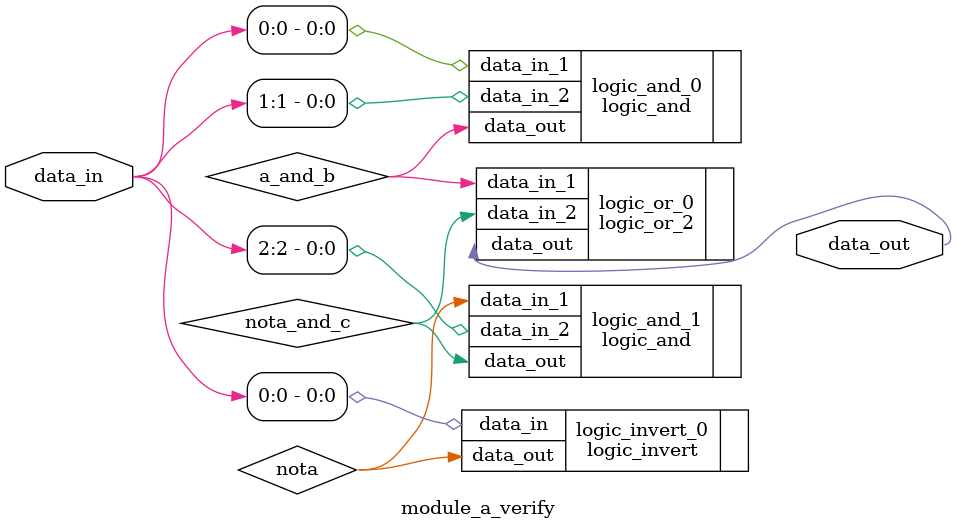
<source format=v>
`timescale 1 ns / 100 ps

module test_module_a
	(
		result
	);

	output reg result;

	reg [2:0] data_in;
	wire test_data_out;	
	wire data_out;
	integer i,score;	
	module_a verifya(data_in,data_out);
	module_a_verify test_a(data_in,test_data_out);

	initial begin
	data_in <= 000;
	result <= 0;
	score <= 0;
	for(i=0;i<8;i = i + 1)begin
	    #10
            if (data_out == test_data_out) begin
                    $display("data %b, your answer: %b, correct answer: %b <OK!>", data_in, data_out, test_data_out);
                score = score+1;
            end else begin
                    $display("data %b, your answer: %b, correct answer: %b <Wrong!>", data_in, data_out, test_data_out);
            end
	    #10 data_in<=data_in + 1;
	end
	$display("Total : <%d/8> output is correct", score);
	if(score==8)begin result <= 1; end
	end
endmodule

module test_module_b
	(
		clk,
		rstn,
		result
	);
	input	    clk;
	input       rstn;

	output reg result;
	integer score,i;

	reg [1:0] data_in;
	reg  test_data_out;
	reg [5:0] data;
	wire data_out;
	integer seed;

	module_b verify(clk,rstn,data_in,data_out);
   	initial begin 
		result<=1'b0;
        	if (!$value$plusargs("seed=%d",seed)) begin
            		seed <= 0;
        	end
    	end


	always @ (clk or negedge rstn) begin
		if(!rstn)begin
			data <= 0;		
			test_data_out<=0;
		end else begin
		if(clk)begin
			#0.1
			data[1:0]<=data_in;
			if({data[5:2],data_in} == 6'b011001)begin
				test_data_out <= 1'b1;
			end else begin
				test_data_out <= 1'b0;
			end
		end else begin
			data[5:2] <= data[3:0];			
		end
		end			
	end
    always @(posedge clk or negedge rstn) begin
        if (!rstn) begin
            score = 0;
            i = 0;
            data_in <= 2'b00;
        end else begin
                data_in <= $random(seed); 
		i <= i + 1;
		#0.1
		if(i>=50) begin
           	 	$display("Total : <%d/50> score", score);
           		// $display("-----------------------------");
	    		if(score == 50)begin result<=1'b1;end
		end
	end
     end
	always @(negedge clk)begin
	if(rstn)begin
            if (data_out == test_data_out) begin
                    $display("data %b, your answer: %b, correct answer: %b <OK!>", data_in, data_out, test_data_out);
                score = score+1;
            end else begin
                    $display("data %b, your answer: %b, correct answer: %b <Wrong!>", data_in, data_out, test_data_out);
            end
	end
	end

endmodule


module test_module_c
	(
		result
	);

	output reg result;

	reg [2:0] data_in;
	wire [1:0] test_data_out;	
	wire [1:0] data_out;
	integer i,score;	
	module_c verifyc(data_in,data_out);
	module_c_verify test_c(data_in,test_data_out);

	initial begin
	data_in <= 000;
	result <= 0;
	score <= 0;
	i <=0;
	#3050
	for(i=0;i<8;i = i + 1)begin
	    #20
            if (data_out == test_data_out) begin
                    $display("data %b, your answer: %b, correct answer: %b <OK!>", data_in, data_out, test_data_out);
                score = score+1;
            end else begin
                    $display("data %b, your answer: %b, correct answer: %b <Wrong!>", data_in, data_out, test_data_out);
            end
	    #20 data_in<=data_in + 1;
	end
	$display("Total : <%d/8> output is correct", score);
	if(score==8)begin result <= 1; end
	end

endmodule

module module_c_verify
    #(
    ) 
        (
            input  [2:0 ] data_in
           ,output [1:0 ] data_out

        );
            wire   [13:0] line;
   
   
    logic_and    and_1   (.data_in_1(data_in[0 ]),.data_in_2(data_in[1 ]),.data_out(line    [0 ]));
    logic_and    and_2   (.data_in_1(data_in[1 ]),.data_in_2(data_in[2 ]),.data_out(line    [1 ]));
    logic_or_2   or_1    (.data_in_1(line   [0 ]),.data_in_2(line   [1 ]),.data_out(line    [2 ]));
    logic_and    and_3   (.data_in_1(data_in[2 ]),.data_in_2(data_in[1 ]),.data_out(line    [3 ]));
    logic_and    and_4   (.data_in_1(data_in[0 ]),.data_in_2(data_in[1 ]),.data_out(line    [4 ]));
    logic_or_2   or_2    (.data_in_1(line   [3 ]),.data_in_2(line   [4 ]),.data_out(line    [5 ]));
    logic_and    and_5   (.data_in_1(line   [2 ]),.data_in_2(line   [5 ]),.data_out(line    [6 ]));
    logic_xor    xor_1   (.data_in_1(data_in[1 ]),.data_in_2(data_in[2 ]),.data_out(line    [7 ]));
    logic_and    and_6   (.data_in_1(line   [6 ]),.data_in_2(line   [7 ]),.data_out(line    [8 ]));
    logic_nand   nand_1  (.data_in_1(data_in[1 ]),.data_in_2(data_in[2 ]),.data_out(line    [9 ]));
    logic_invert invert_1(.data_in  (data_in[0 ]),.data_out (line   [10]));
    logic_nor    nor_1   (.data_in_1(line   [10]),.data_in_2(line   [9 ]),.data_out(line    [11]));
    logic_xor    xor_2   (.data_in_1(line   [8 ]),.data_in_2(line   [11]),.data_out(data_out[0 ]));
    logic_or_2   or_3    (.data_in_1(data_in[1 ]),.data_in_2(data_in[2 ]),.data_out(line    [12]));
    logic_and    and_7   (.data_in_1(data_in[0 ]),.data_in_2(line   [12]),.data_out(line    [13]));
    logic_xor    xor_3   (.data_in_1(line   [7 ]),.data_in_2(line   [13]),.data_out(data_out[1 ]));
 
endmodule

module module_a_verify
    (
         input  [2:0] data_in
        
        ,output      data_out
    );
    //data_in[0]->a, data_in[1]->b, data_in[2]->c
    wire a_and_b;
    wire nota;
   wire nota_and_c;

    logic_and    logic_and_0    (.data_in_1(data_in[0]), .data_in_2(data_in[1]), .data_out(a_and_b   ));
    logic_invert logic_invert_0 (.data_in  (data_in[0]), .data_out (nota      ));
    logic_and    logic_and_1    (.data_in_1(nota      ), .data_in_2(data_in[2]), .data_out(nota_and_c));
    logic_or_2   logic_or_0     (.data_in_1(a_and_b   ), .data_in_2(nota_and_c), .data_out(data_out));
   
endmodule
</source>
